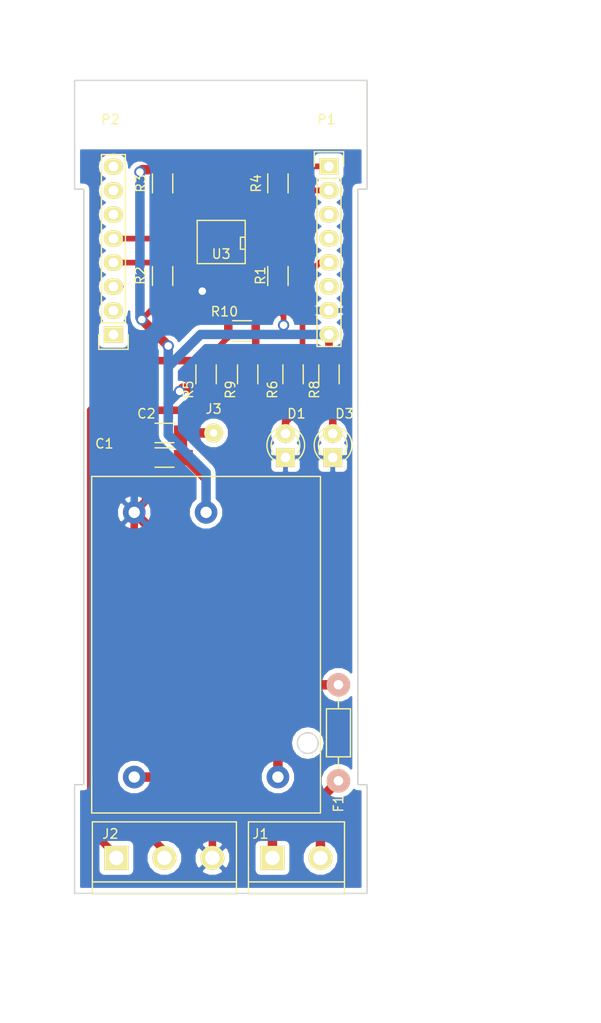
<source format=kicad_pcb>
(kicad_pcb (version 4) (host pcbnew 4.0.2+dfsg1-stable)

  (general
    (links 39)
    (no_connects 0)
    (area 96.91 37.52 164.464 147.734001)
    (thickness 1.6)
    (drawings 17)
    (tracks 149)
    (zones 0)
    (modules 21)
    (nets 24)
  )

  (page A4)
  (title_block
    (title "Medidor de pulsos")
    (date 2018-02-14)
    (rev 1)
  )

  (layers
    (0 F.Cu signal)
    (31 B.Cu signal)
    (32 B.Adhes user)
    (33 F.Adhes user)
    (34 B.Paste user)
    (35 F.Paste user)
    (36 B.SilkS user)
    (37 F.SilkS user)
    (38 B.Mask user)
    (39 F.Mask user)
    (40 Dwgs.User user)
    (41 Cmts.User user)
    (42 Eco1.User user)
    (43 Eco2.User user)
    (44 Edge.Cuts user)
    (45 Margin user)
    (46 B.CrtYd user)
    (47 F.CrtYd user)
    (48 B.Fab user)
    (49 F.Fab user)
  )

  (setup
    (last_trace_width 0.8)
    (user_trace_width 0.1)
    (user_trace_width 0.2)
    (user_trace_width 0.3)
    (user_trace_width 0.4)
    (user_trace_width 0.5)
    (user_trace_width 0.6)
    (user_trace_width 0.7)
    (user_trace_width 1)
    (trace_clearance 0.2)
    (zone_clearance 0.508)
    (zone_45_only yes)
    (trace_min 0.1)
    (segment_width 0.2)
    (edge_width 0.15)
    (via_size 1.2)
    (via_drill 0.8)
    (via_min_size 1.2)
    (via_min_drill 0.8)
    (user_via 1.2 0.8)
    (uvia_size 1.2)
    (uvia_drill 0.8)
    (uvias_allowed no)
    (uvia_min_size 0.2)
    (uvia_min_drill 0.1)
    (pcb_text_width 0.3)
    (pcb_text_size 1.5 1.5)
    (mod_edge_width 0.15)
    (mod_text_size 1 1)
    (mod_text_width 0.15)
    (pad_size 2.5 2.5)
    (pad_drill 1)
    (pad_to_mask_clearance 0.2)
    (aux_axis_origin 0 0)
    (grid_origin 67.31 121.92)
    (visible_elements FFFFDFFF)
    (pcbplotparams
      (layerselection 0x290e0_80000001)
      (usegerberextensions false)
      (excludeedgelayer true)
      (linewidth 0.100000)
      (plotframeref false)
      (viasonmask false)
      (mode 1)
      (useauxorigin true)
      (hpglpennumber 1)
      (hpglpenspeed 20)
      (hpglpendiameter 15)
      (hpglpenoverlay 2)
      (psnegative false)
      (psa4output false)
      (plotreference true)
      (plotvalue true)
      (plotinvisibletext false)
      (padsonsilk false)
      (subtractmaskfromsilk false)
      (outputformat 1)
      (mirror false)
      (drillshape 0)
      (scaleselection 1)
      (outputdirectory /home/onsar/onsar_git/iotlibre/EcoModbus/ecomodbus_hardware/PCB/gerber/))
  )

  (net 0 "")
  (net 1 GND)
  (net 2 /5.0V)
  (net 3 "Net-(J2-Pad1)")
  (net 4 "Net-(J2-Pad2)")
  (net 5 /L1)
  (net 6 "Net-(J1-Pad1)")
  (net 7 "Net-(F1-Pad2)")
  (net 8 "Net-(F1-Pad1)")
  (net 9 "Net-(P1-Pad6)")
  (net 10 "Net-(P2-Pad1)")
  (net 11 "Net-(P2-Pad2)")
  (net 12 "Net-(P2-Pad3)")
  (net 13 "Net-(P2-Pad6)")
  (net 14 "Net-(P2-Pad7)")
  (net 15 "Net-(P2-Pad8)")
  (net 16 "Net-(P1-Pad3)")
  (net 17 "Net-(P1-Pad4)")
  (net 18 "Net-(D1-Pad2)")
  (net 19 "Net-(D3-Pad2)")
  (net 20 /tx_wemos)
  (net 21 /rx_wemos)
  (net 22 /receiver)
  (net 23 /driver)

  (net_class Default "This is the default net class."
    (clearance 0.2)
    (trace_width 0.8)
    (via_dia 1.2)
    (via_drill 0.8)
    (uvia_dia 1.2)
    (uvia_drill 0.8)
    (add_net /5.0V)
    (add_net /L1)
    (add_net /driver)
    (add_net /receiver)
    (add_net /rx_wemos)
    (add_net /tx_wemos)
    (add_net GND)
    (add_net "Net-(D1-Pad2)")
    (add_net "Net-(D3-Pad2)")
    (add_net "Net-(F1-Pad1)")
    (add_net "Net-(F1-Pad2)")
    (add_net "Net-(J1-Pad1)")
    (add_net "Net-(J2-Pad1)")
    (add_net "Net-(J2-Pad2)")
    (add_net "Net-(P1-Pad3)")
    (add_net "Net-(P1-Pad4)")
    (add_net "Net-(P1-Pad6)")
    (add_net "Net-(P2-Pad1)")
    (add_net "Net-(P2-Pad2)")
    (add_net "Net-(P2-Pad3)")
    (add_net "Net-(P2-Pad6)")
    (add_net "Net-(P2-Pad7)")
    (add_net "Net-(P2-Pad8)")
  )

  (net_class smd ""
    (clearance 0.2)
    (trace_width 0.4)
    (via_dia 1.2)
    (via_drill 0.8)
    (uvia_dia 1.2)
    (uvia_drill 0.8)
  )

  (module LEDs:LED-3MM (layer F.Cu) (tedit 5B49E351) (tstamp 5AC23270)
    (at 127.11 85.92 90)
    (descr "LED 3mm round vertical")
    (tags "LED  3mm round vertical")
    (path /5A83FD4B)
    (fp_text reference D1 (at 4.64 1.16 180) (layer F.SilkS)
      (effects (font (size 1 1) (thickness 0.15)))
    )
    (fp_text value LED (at 4.64 -1.38 180) (layer F.Fab)
      (effects (font (size 1 1) (thickness 0.15)))
    )
    (fp_line (start -1.2 2.3) (end 3.8 2.3) (layer F.CrtYd) (width 0.05))
    (fp_line (start 3.8 2.3) (end 3.8 -2.2) (layer F.CrtYd) (width 0.05))
    (fp_line (start 3.8 -2.2) (end -1.2 -2.2) (layer F.CrtYd) (width 0.05))
    (fp_line (start -1.2 -2.2) (end -1.2 2.3) (layer F.CrtYd) (width 0.05))
    (fp_line (start -0.199 1.314) (end -0.199 1.114) (layer F.SilkS) (width 0.15))
    (fp_line (start -0.199 -1.28) (end -0.199 -1.1) (layer F.SilkS) (width 0.15))
    (fp_arc (start 1.301 0.034) (end -0.199 -1.286) (angle 108.5) (layer F.SilkS) (width 0.15))
    (fp_arc (start 1.301 0.034) (end 0.25 -1.1) (angle 85.7) (layer F.SilkS) (width 0.15))
    (fp_arc (start 1.311 0.034) (end 3.051 0.994) (angle 110) (layer F.SilkS) (width 0.15))
    (fp_arc (start 1.301 0.034) (end 2.335 1.094) (angle 87.5) (layer F.SilkS) (width 0.15))
    (pad 1 thru_hole rect (at 0 0 180) (size 2 2) (drill 1.00076) (layers *.Cu *.Mask F.SilkS)
      (net 1 GND))
    (pad 2 thru_hole circle (at 2.54 0 90) (size 2 2) (drill 1.00076) (layers *.Cu *.Mask F.SilkS)
      (net 18 "Net-(D1-Pad2)"))
    (model LEDs.3dshapes/LED-3MM.wrl
      (at (xyz 0.05 0 0))
      (scale (xyz 1 1 1))
      (rotate (xyz 0 0 90))
    )
  )

  (module LEDs:LED-3MM (layer F.Cu) (tedit 5B49E35D) (tstamp 5AC2327C)
    (at 132.11 85.92 90)
    (descr "LED 3mm round vertical")
    (tags "LED  3mm round vertical")
    (path /5A83FF0F)
    (fp_text reference D3 (at 4.64 1.24 180) (layer F.SilkS)
      (effects (font (size 1 1) (thickness 0.15)))
    )
    (fp_text value LED (at 4.64 -1.3 180) (layer F.Fab)
      (effects (font (size 1 1) (thickness 0.15)))
    )
    (fp_line (start -1.2 2.3) (end 3.8 2.3) (layer F.CrtYd) (width 0.05))
    (fp_line (start 3.8 2.3) (end 3.8 -2.2) (layer F.CrtYd) (width 0.05))
    (fp_line (start 3.8 -2.2) (end -1.2 -2.2) (layer F.CrtYd) (width 0.05))
    (fp_line (start -1.2 -2.2) (end -1.2 2.3) (layer F.CrtYd) (width 0.05))
    (fp_line (start -0.199 1.314) (end -0.199 1.114) (layer F.SilkS) (width 0.15))
    (fp_line (start -0.199 -1.28) (end -0.199 -1.1) (layer F.SilkS) (width 0.15))
    (fp_arc (start 1.301 0.034) (end -0.199 -1.286) (angle 108.5) (layer F.SilkS) (width 0.15))
    (fp_arc (start 1.301 0.034) (end 0.25 -1.1) (angle 85.7) (layer F.SilkS) (width 0.15))
    (fp_arc (start 1.311 0.034) (end 3.051 0.994) (angle 110) (layer F.SilkS) (width 0.15))
    (fp_arc (start 1.301 0.034) (end 2.335 1.094) (angle 87.5) (layer F.SilkS) (width 0.15))
    (pad 1 thru_hole rect (at 0 0 180) (size 2 2) (drill 1.00076) (layers *.Cu *.Mask F.SilkS)
      (net 1 GND))
    (pad 2 thru_hole circle (at 2.54 0 90) (size 2 2) (drill 1.00076) (layers *.Cu *.Mask F.SilkS)
      (net 19 "Net-(D3-Pad2)"))
    (model LEDs.3dshapes/LED-3MM.wrl
      (at (xyz 0.05 0 0))
      (scale (xyz 1 1 1))
      (rotate (xyz 0 0 90))
    )
  )

  (module fuse:Fuse_Horizontal_RM10mm (layer F.Cu) (tedit 5B4D99DA) (tstamp 5AC23282)
    (at 132.71 120.12 90)
    (descr "Resistor, Axial,  RM 10mm, 1/3W")
    (tags "Resistor Axial RM 10mm 1/3W")
    (path /5ABE73F8)
    (fp_text reference F1 (at -2.435 0.005 90) (layer F.SilkS)
      (effects (font (size 1 1) (thickness 0.15)))
    )
    (fp_text value Fuse (at 5.185 0.005 90) (layer F.Fab)
      (effects (font (size 1 1) (thickness 0.15)))
    )
    (fp_line (start -1.25 -1.5) (end 11.4 -1.5) (layer F.CrtYd) (width 0.05))
    (fp_line (start -1.25 1.5) (end -1.25 -1.5) (layer F.CrtYd) (width 0.05))
    (fp_line (start 11.4 -1.5) (end 11.4 1.5) (layer F.CrtYd) (width 0.05))
    (fp_line (start -1.25 1.5) (end 11.4 1.5) (layer F.CrtYd) (width 0.05))
    (fp_line (start 2.54 -1.27) (end 7.62 -1.27) (layer F.SilkS) (width 0.15))
    (fp_line (start 7.62 -1.27) (end 7.62 1.27) (layer F.SilkS) (width 0.15))
    (fp_line (start 7.62 1.27) (end 2.54 1.27) (layer F.SilkS) (width 0.15))
    (fp_line (start 2.54 1.27) (end 2.54 -1.27) (layer F.SilkS) (width 0.15))
    (fp_line (start 2.54 0) (end 1.27 0) (layer F.SilkS) (width 0.15))
    (fp_line (start 7.62 0) (end 8.89 0) (layer F.SilkS) (width 0.15))
    (pad 1 thru_hole circle (at 0 0 90) (size 2.5 2.5) (drill 1) (layers *.Cu *.SilkS *.Mask)
      (net 8 "Net-(F1-Pad1)"))
    (pad 2 thru_hole circle (at 10.16 0 90) (size 2.5 2.5) (drill 1) (layers *.Cu *.SilkS *.Mask)
      (net 7 "Net-(F1-Pad2)"))
    (model Resistors_ThroughHole.3dshapes/Resistor_Horizontal_RM10mm.wrl
      (at (xyz 0 0 0))
      (scale (xyz 0.4 0.4 0.4))
      (rotate (xyz 0 0 0))
    )
  )

  (module Connect:bornier2 (layer F.Cu) (tedit 5B49E2BD) (tstamp 5AC23288)
    (at 128.27 128.27)
    (descr "Bornier d'alimentation 2 pins")
    (tags DEV)
    (path /5ABE0146)
    (fp_text reference J1 (at -3.81 -2.54) (layer F.SilkS)
      (effects (font (size 1 1) (thickness 0.15)))
    )
    (fp_text value AC_input (at 1.27 -2.54) (layer F.Fab)
      (effects (font (size 1 1) (thickness 0.15)))
    )
    (fp_line (start 5.08 2.54) (end -5.08 2.54) (layer F.SilkS) (width 0.15))
    (fp_line (start 5.08 3.81) (end 5.08 -3.81) (layer F.SilkS) (width 0.15))
    (fp_line (start 5.08 -3.81) (end -5.08 -3.81) (layer F.SilkS) (width 0.15))
    (fp_line (start -5.08 -3.81) (end -5.08 3.81) (layer F.SilkS) (width 0.15))
    (fp_line (start -5.08 3.81) (end 5.08 3.81) (layer F.SilkS) (width 0.15))
    (pad 1 thru_hole rect (at -2.54 0) (size 2.54 2.54) (drill 1.524) (layers *.Cu *.Mask F.SilkS)
      (net 6 "Net-(J1-Pad1)"))
    (pad 2 thru_hole circle (at 2.54 0) (size 2.54 2.54) (drill 1.524) (layers *.Cu *.Mask F.SilkS)
      (net 8 "Net-(F1-Pad1)"))
    (model Connect.3dshapes/bornier2.wrl
      (at (xyz 0 0 0))
      (scale (xyz 1 1 1))
      (rotate (xyz 0 0 0))
    )
  )

  (module Connect:bornier3 (layer F.Cu) (tedit 5B49E29E) (tstamp 5AC2328F)
    (at 114.3 128.27)
    (descr "Bornier d'alimentation 3 pins")
    (tags DEV)
    (path /5ABD44B6)
    (fp_text reference J2 (at -5.715 -2.54) (layer F.SilkS)
      (effects (font (size 1 1) (thickness 0.15)))
    )
    (fp_text value Conn_MODBUS (at 1.905 -2.54) (layer F.Fab)
      (effects (font (size 1 1) (thickness 0.15)))
    )
    (fp_line (start -7.62 3.81) (end -7.62 -3.81) (layer F.SilkS) (width 0.15))
    (fp_line (start 7.62 3.81) (end 7.62 -3.81) (layer F.SilkS) (width 0.15))
    (fp_line (start -7.62 2.54) (end 7.62 2.54) (layer F.SilkS) (width 0.15))
    (fp_line (start -7.62 -3.81) (end 7.62 -3.81) (layer F.SilkS) (width 0.15))
    (fp_line (start -7.62 3.81) (end 7.62 3.81) (layer F.SilkS) (width 0.15))
    (pad 1 thru_hole rect (at -5.08 0) (size 2.54 2.54) (drill 1.524) (layers *.Cu *.Mask F.SilkS)
      (net 3 "Net-(J2-Pad1)"))
    (pad 2 thru_hole circle (at 0 0) (size 2.54 2.54) (drill 1.524) (layers *.Cu *.Mask F.SilkS)
      (net 4 "Net-(J2-Pad2)"))
    (pad 3 thru_hole circle (at 5.08 0) (size 2.54 2.54) (drill 1.524) (layers *.Cu *.Mask F.SilkS)
      (net 1 GND))
    (model Connect.3dshapes/bornier3.wrl
      (at (xyz 0 0 0))
      (scale (xyz 1 1 1))
      (rotate (xyz 0 0 0))
    )
  )

  (module Wire_Pads:SolderWirePad_single_0-8mmDrill (layer F.Cu) (tedit 5B49DF06) (tstamp 5AC23294)
    (at 119.51 83.32)
    (path /5ABE5C9A)
    (fp_text reference J3 (at 0 -2.54) (layer F.SilkS)
      (effects (font (size 1 1) (thickness 0.15)))
    )
    (fp_text value Test_5V (at 1.14 2.405) (layer F.Fab)
      (effects (font (size 1 1) (thickness 0.15)))
    )
    (pad 1 thru_hole circle (at 0 0) (size 1.99898 1.99898) (drill 0.8001) (layers *.Cu *.Mask F.SilkS)
      (net 2 /5.0V))
  )

  (module SMD_Packages:SOIC-8-N (layer F.Cu) (tedit 0) (tstamp 5AC232A0)
    (at 120.31 63.12 180)
    (descr "Module Narrow CMS SOJ 8 pins large")
    (tags "CMS SOJ")
    (path /5ABDFE8E)
    (attr smd)
    (fp_text reference U3 (at 0 -1.27 180) (layer F.SilkS)
      (effects (font (size 1 1) (thickness 0.15)))
    )
    (fp_text value MAX_485 (at 0 1.27 180) (layer F.Fab)
      (effects (font (size 1 1) (thickness 0.15)))
    )
    (fp_line (start -2.54 -2.286) (end 2.54 -2.286) (layer F.SilkS) (width 0.15))
    (fp_line (start 2.54 -2.286) (end 2.54 2.286) (layer F.SilkS) (width 0.15))
    (fp_line (start 2.54 2.286) (end -2.54 2.286) (layer F.SilkS) (width 0.15))
    (fp_line (start -2.54 2.286) (end -2.54 -2.286) (layer F.SilkS) (width 0.15))
    (fp_line (start -2.54 -0.762) (end -2.032 -0.762) (layer F.SilkS) (width 0.15))
    (fp_line (start -2.032 -0.762) (end -2.032 0.508) (layer F.SilkS) (width 0.15))
    (fp_line (start -2.032 0.508) (end -2.54 0.508) (layer F.SilkS) (width 0.15))
    (pad 8 smd rect (at -1.905 -3.175 180) (size 0.508 1.143) (layers F.Cu F.Paste F.Mask)
      (net 2 /5.0V))
    (pad 7 smd rect (at -0.635 -3.175 180) (size 0.508 1.143) (layers F.Cu F.Paste F.Mask)
      (net 4 "Net-(J2-Pad2)"))
    (pad 6 smd rect (at 0.635 -3.175 180) (size 0.508 1.143) (layers F.Cu F.Paste F.Mask)
      (net 3 "Net-(J2-Pad1)"))
    (pad 5 smd rect (at 1.905 -3.175 180) (size 0.508 1.143) (layers F.Cu F.Paste F.Mask)
      (net 1 GND))
    (pad 4 smd rect (at 1.905 3.175 180) (size 0.508 1.143) (layers F.Cu F.Paste F.Mask)
      (net 20 /tx_wemos))
    (pad 3 smd rect (at 0.635 3.175 180) (size 0.508 1.143) (layers F.Cu F.Paste F.Mask)
      (net 23 /driver))
    (pad 2 smd rect (at -0.635 3.175 180) (size 0.508 1.143) (layers F.Cu F.Paste F.Mask)
      (net 22 /receiver))
    (pad 1 smd rect (at -1.905 3.175 180) (size 0.508 1.143) (layers F.Cu F.Paste F.Mask)
      (net 21 /rx_wemos))
    (model SMD_Packages.3dshapes/SOIC-8-N.wrl
      (at (xyz 0 0 0))
      (scale (xyz 0.5 0.38 0.5))
      (rotate (xyz 0 0 0))
    )
  )

  (module Capacitors_SMD:C_1206_HandSoldering (layer F.Cu) (tedit 5B49E049) (tstamp 5AC25889)
    (at 114.31 85.92 180)
    (descr "Capacitor SMD 1206, hand soldering")
    (tags "capacitor 1206")
    (path /5ABE2734)
    (attr smd)
    (fp_text reference C1 (at 6.36 1.465 180) (layer F.SilkS)
      (effects (font (size 1 1) (thickness 0.15)))
    )
    (fp_text value 10nF (at 5.725 -0.44 180) (layer F.Fab)
      (effects (font (size 1 1) (thickness 0.15)))
    )
    (fp_line (start -3.3 -1.15) (end 3.3 -1.15) (layer F.CrtYd) (width 0.05))
    (fp_line (start -3.3 1.15) (end 3.3 1.15) (layer F.CrtYd) (width 0.05))
    (fp_line (start -3.3 -1.15) (end -3.3 1.15) (layer F.CrtYd) (width 0.05))
    (fp_line (start 3.3 -1.15) (end 3.3 1.15) (layer F.CrtYd) (width 0.05))
    (fp_line (start 1 -1.025) (end -1 -1.025) (layer F.SilkS) (width 0.15))
    (fp_line (start -1 1.025) (end 1 1.025) (layer F.SilkS) (width 0.15))
    (pad 1 smd rect (at -2 0 180) (size 2 1.6) (layers F.Cu F.Paste F.Mask)
      (net 2 /5.0V))
    (pad 2 smd rect (at 2 0 180) (size 2 1.6) (layers F.Cu F.Paste F.Mask)
      (net 1 GND))
    (model Capacitors_SMD.3dshapes/C_1206_HandSoldering.wrl
      (at (xyz 0 0 0))
      (scale (xyz 1 1 1))
      (rotate (xyz 0 0 0))
    )
  )

  (module Capacitors_SMD:C_1206_HandSoldering (layer F.Cu) (tedit 5B49DEFB) (tstamp 5AC2588F)
    (at 114.31 83.32 180)
    (descr "Capacitor SMD 1206, hand soldering")
    (tags "capacitor 1206")
    (path /5ABE37FF)
    (attr smd)
    (fp_text reference C2 (at 1.915 2.04 180) (layer F.SilkS)
      (effects (font (size 1 1) (thickness 0.15)))
    )
    (fp_text value 10uF (at -1.895 2.04 180) (layer F.Fab)
      (effects (font (size 1 1) (thickness 0.15)))
    )
    (fp_line (start -3.3 -1.15) (end 3.3 -1.15) (layer F.CrtYd) (width 0.05))
    (fp_line (start -3.3 1.15) (end 3.3 1.15) (layer F.CrtYd) (width 0.05))
    (fp_line (start -3.3 -1.15) (end -3.3 1.15) (layer F.CrtYd) (width 0.05))
    (fp_line (start 3.3 -1.15) (end 3.3 1.15) (layer F.CrtYd) (width 0.05))
    (fp_line (start 1 -1.025) (end -1 -1.025) (layer F.SilkS) (width 0.15))
    (fp_line (start -1 1.025) (end 1 1.025) (layer F.SilkS) (width 0.15))
    (pad 1 smd rect (at -2 0 180) (size 2 1.6) (layers F.Cu F.Paste F.Mask)
      (net 2 /5.0V))
    (pad 2 smd rect (at 2 0 180) (size 2 1.6) (layers F.Cu F.Paste F.Mask)
      (net 1 GND))
    (model Capacitors_SMD.3dshapes/C_1206_HandSoldering.wrl
      (at (xyz 0 0 0))
      (scale (xyz 1 1 1))
      (rotate (xyz 0 0 0))
    )
  )

  (module Resistors_SMD:R_1206 (layer F.Cu) (tedit 5B49DD48) (tstamp 5AC25895)
    (at 126.31 66.72 270)
    (descr "Resistor SMD 1206, reflow soldering, Vishay (see dcrcw.pdf)")
    (tags "resistor 1206")
    (path /5ABD07EE)
    (attr smd)
    (fp_text reference R1 (at -0.045 1.85 270) (layer F.SilkS)
      (effects (font (size 1 1) (thickness 0.15)))
    )
    (fp_text value 10K (at -0.045 -1.96 270) (layer F.Fab)
      (effects (font (size 1 1) (thickness 0.15)))
    )
    (fp_line (start -2.2 -1.2) (end 2.2 -1.2) (layer F.CrtYd) (width 0.05))
    (fp_line (start -2.2 1.2) (end 2.2 1.2) (layer F.CrtYd) (width 0.05))
    (fp_line (start -2.2 -1.2) (end -2.2 1.2) (layer F.CrtYd) (width 0.05))
    (fp_line (start 2.2 -1.2) (end 2.2 1.2) (layer F.CrtYd) (width 0.05))
    (fp_line (start 1 1.075) (end -1 1.075) (layer F.SilkS) (width 0.15))
    (fp_line (start -1 -1.075) (end 1 -1.075) (layer F.SilkS) (width 0.15))
    (pad 1 smd rect (at -1.45 0 270) (size 0.9 1.7) (layers F.Cu F.Paste F.Mask)
      (net 21 /rx_wemos))
    (pad 2 smd rect (at 1.45 0 270) (size 0.9 1.7) (layers F.Cu F.Paste F.Mask)
      (net 2 /5.0V))
    (model Resistors_SMD.3dshapes/R_1206.wrl
      (at (xyz 0 0 0))
      (scale (xyz 1 1 1))
      (rotate (xyz 0 0 0))
    )
  )

  (module Resistors_SMD:R_1206 (layer F.Cu) (tedit 5B49DD40) (tstamp 5AC2589B)
    (at 114.11 66.72 270)
    (descr "Resistor SMD 1206, reflow soldering, Vishay (see dcrcw.pdf)")
    (tags "resistor 1206")
    (path /5ABD0F0D)
    (attr smd)
    (fp_text reference R2 (at -0.045 2.35 270) (layer F.SilkS)
      (effects (font (size 1 1) (thickness 0.15)))
    )
    (fp_text value 10K (at -0.045 -2.73 270) (layer F.Fab)
      (effects (font (size 1 1) (thickness 0.15)))
    )
    (fp_line (start -2.2 -1.2) (end 2.2 -1.2) (layer F.CrtYd) (width 0.05))
    (fp_line (start -2.2 1.2) (end 2.2 1.2) (layer F.CrtYd) (width 0.05))
    (fp_line (start -2.2 -1.2) (end -2.2 1.2) (layer F.CrtYd) (width 0.05))
    (fp_line (start 2.2 -1.2) (end 2.2 1.2) (layer F.CrtYd) (width 0.05))
    (fp_line (start 1 1.075) (end -1 1.075) (layer F.SilkS) (width 0.15))
    (fp_line (start -1 -1.075) (end 1 -1.075) (layer F.SilkS) (width 0.15))
    (pad 1 smd rect (at -1.45 0 270) (size 0.9 1.7) (layers F.Cu F.Paste F.Mask)
      (net 22 /receiver))
    (pad 2 smd rect (at 1.45 0 270) (size 0.9 1.7) (layers F.Cu F.Paste F.Mask)
      (net 2 /5.0V))
    (model Resistors_SMD.3dshapes/R_1206.wrl
      (at (xyz 0 0 0))
      (scale (xyz 1 1 1))
      (rotate (xyz 0 0 0))
    )
  )

  (module Resistors_SMD:R_1206 (layer F.Cu) (tedit 5415CFA7) (tstamp 5AC258A1)
    (at 114.11 56.92 90)
    (descr "Resistor SMD 1206, reflow soldering, Vishay (see dcrcw.pdf)")
    (tags "resistor 1206")
    (path /5ABD219B)
    (attr smd)
    (fp_text reference R3 (at 0 -2.3 90) (layer F.SilkS)
      (effects (font (size 1 1) (thickness 0.15)))
    )
    (fp_text value 10K (at 0 2.3 90) (layer F.Fab)
      (effects (font (size 1 1) (thickness 0.15)))
    )
    (fp_line (start -2.2 -1.2) (end 2.2 -1.2) (layer F.CrtYd) (width 0.05))
    (fp_line (start -2.2 1.2) (end 2.2 1.2) (layer F.CrtYd) (width 0.05))
    (fp_line (start -2.2 -1.2) (end -2.2 1.2) (layer F.CrtYd) (width 0.05))
    (fp_line (start 2.2 -1.2) (end 2.2 1.2) (layer F.CrtYd) (width 0.05))
    (fp_line (start 1 1.075) (end -1 1.075) (layer F.SilkS) (width 0.15))
    (fp_line (start -1 -1.075) (end 1 -1.075) (layer F.SilkS) (width 0.15))
    (pad 1 smd rect (at -1.45 0 90) (size 0.9 1.7) (layers F.Cu F.Paste F.Mask)
      (net 23 /driver))
    (pad 2 smd rect (at 1.45 0 90) (size 0.9 1.7) (layers F.Cu F.Paste F.Mask)
      (net 2 /5.0V))
    (model Resistors_SMD.3dshapes/R_1206.wrl
      (at (xyz 0 0 0))
      (scale (xyz 1 1 1))
      (rotate (xyz 0 0 0))
    )
  )

  (module Resistors_SMD:R_1206 (layer F.Cu) (tedit 5415CFA7) (tstamp 5AC258A7)
    (at 126.31 56.92 90)
    (descr "Resistor SMD 1206, reflow soldering, Vishay (see dcrcw.pdf)")
    (tags "resistor 1206")
    (path /5ABD23B1)
    (attr smd)
    (fp_text reference R4 (at 0 -2.3 90) (layer F.SilkS)
      (effects (font (size 1 1) (thickness 0.15)))
    )
    (fp_text value 10K (at 0 2.3 90) (layer F.Fab)
      (effects (font (size 1 1) (thickness 0.15)))
    )
    (fp_line (start -2.2 -1.2) (end 2.2 -1.2) (layer F.CrtYd) (width 0.05))
    (fp_line (start -2.2 1.2) (end 2.2 1.2) (layer F.CrtYd) (width 0.05))
    (fp_line (start -2.2 -1.2) (end -2.2 1.2) (layer F.CrtYd) (width 0.05))
    (fp_line (start 2.2 -1.2) (end 2.2 1.2) (layer F.CrtYd) (width 0.05))
    (fp_line (start 1 1.075) (end -1 1.075) (layer F.SilkS) (width 0.15))
    (fp_line (start -1 -1.075) (end 1 -1.075) (layer F.SilkS) (width 0.15))
    (pad 1 smd rect (at -1.45 0 90) (size 0.9 1.7) (layers F.Cu F.Paste F.Mask)
      (net 20 /tx_wemos))
    (pad 2 smd rect (at 1.45 0 90) (size 0.9 1.7) (layers F.Cu F.Paste F.Mask)
      (net 2 /5.0V))
    (model Resistors_SMD.3dshapes/R_1206.wrl
      (at (xyz 0 0 0))
      (scale (xyz 1 1 1))
      (rotate (xyz 0 0 0))
    )
  )

  (module Resistors_SMD:R_1206 (layer F.Cu) (tedit 5B49DD6F) (tstamp 5AC258AD)
    (at 118.71 77.12 270)
    (descr "Resistor SMD 1206, reflow soldering, Vishay (see dcrcw.pdf)")
    (tags "resistor 1206")
    (path /5ABD73E7)
    (attr smd)
    (fp_text reference R5 (at 1.62 1.87 270) (layer F.SilkS)
      (effects (font (size 1 1) (thickness 0.15)))
    )
    (fp_text value 20K (at -1.555 1.87 270) (layer F.Fab)
      (effects (font (size 1 1) (thickness 0.15)))
    )
    (fp_line (start -2.2 -1.2) (end 2.2 -1.2) (layer F.CrtYd) (width 0.05))
    (fp_line (start -2.2 1.2) (end 2.2 1.2) (layer F.CrtYd) (width 0.05))
    (fp_line (start -2.2 -1.2) (end -2.2 1.2) (layer F.CrtYd) (width 0.05))
    (fp_line (start 2.2 -1.2) (end 2.2 1.2) (layer F.CrtYd) (width 0.05))
    (fp_line (start 1 1.075) (end -1 1.075) (layer F.SilkS) (width 0.15))
    (fp_line (start -1 -1.075) (end 1 -1.075) (layer F.SilkS) (width 0.15))
    (pad 1 smd rect (at -1.45 0 270) (size 0.9 1.7) (layers F.Cu F.Paste F.Mask)
      (net 3 "Net-(J2-Pad1)"))
    (pad 2 smd rect (at 1.45 0 270) (size 0.9 1.7) (layers F.Cu F.Paste F.Mask)
      (net 2 /5.0V))
    (model Resistors_SMD.3dshapes/R_1206.wrl
      (at (xyz 0 0 0))
      (scale (xyz 1 1 1))
      (rotate (xyz 0 0 0))
    )
  )

  (module Resistors_SMD:R_1206 (layer F.Cu) (tedit 5B49DD86) (tstamp 5AC258B3)
    (at 127.91 77.12 90)
    (descr "Resistor SMD 1206, reflow soldering, Vishay (see dcrcw.pdf)")
    (tags "resistor 1206")
    (path /5A858C9F)
    (attr smd)
    (fp_text reference R6 (at -1.62 -2.18 90) (layer F.SilkS)
      (effects (font (size 1 1) (thickness 0.15)))
    )
    (fp_text value 220 (at 1.555 -2.18 90) (layer F.Fab)
      (effects (font (size 1 1) (thickness 0.15)))
    )
    (fp_line (start -2.2 -1.2) (end 2.2 -1.2) (layer F.CrtYd) (width 0.05))
    (fp_line (start -2.2 1.2) (end 2.2 1.2) (layer F.CrtYd) (width 0.05))
    (fp_line (start -2.2 -1.2) (end -2.2 1.2) (layer F.CrtYd) (width 0.05))
    (fp_line (start 2.2 -1.2) (end 2.2 1.2) (layer F.CrtYd) (width 0.05))
    (fp_line (start 1 1.075) (end -1 1.075) (layer F.SilkS) (width 0.15))
    (fp_line (start -1 -1.075) (end 1 -1.075) (layer F.SilkS) (width 0.15))
    (pad 1 smd rect (at -1.45 0 90) (size 0.9 1.7) (layers F.Cu F.Paste F.Mask)
      (net 18 "Net-(D1-Pad2)"))
    (pad 2 smd rect (at 1.45 0 90) (size 0.9 1.7) (layers F.Cu F.Paste F.Mask)
      (net 5 /L1))
    (model Resistors_SMD.3dshapes/R_1206.wrl
      (at (xyz 0 0 0))
      (scale (xyz 1 1 1))
      (rotate (xyz 0 0 0))
    )
  )

  (module Resistors_SMD:R_1206 (layer F.Cu) (tedit 5B49DD8F) (tstamp 5AC258BF)
    (at 131.71 77.12 90)
    (descr "Resistor SMD 1206, reflow soldering, Vishay (see dcrcw.pdf)")
    (tags "resistor 1206")
    (path /5A858B7F)
    (attr smd)
    (fp_text reference R8 (at -1.62 -1.535 90) (layer F.SilkS)
      (effects (font (size 1 1) (thickness 0.15)))
    )
    (fp_text value 220 (at 1.555 -1.535 90) (layer F.Fab)
      (effects (font (size 1 1) (thickness 0.15)))
    )
    (fp_line (start -2.2 -1.2) (end 2.2 -1.2) (layer F.CrtYd) (width 0.05))
    (fp_line (start -2.2 1.2) (end 2.2 1.2) (layer F.CrtYd) (width 0.05))
    (fp_line (start -2.2 -1.2) (end -2.2 1.2) (layer F.CrtYd) (width 0.05))
    (fp_line (start 2.2 -1.2) (end 2.2 1.2) (layer F.CrtYd) (width 0.05))
    (fp_line (start 1 1.075) (end -1 1.075) (layer F.SilkS) (width 0.15))
    (fp_line (start -1 -1.075) (end 1 -1.075) (layer F.SilkS) (width 0.15))
    (pad 1 smd rect (at -1.45 0 90) (size 0.9 1.7) (layers F.Cu F.Paste F.Mask)
      (net 19 "Net-(D3-Pad2)"))
    (pad 2 smd rect (at 1.45 0 90) (size 0.9 1.7) (layers F.Cu F.Paste F.Mask)
      (net 2 /5.0V))
    (model Resistors_SMD.3dshapes/R_1206.wrl
      (at (xyz 0 0 0))
      (scale (xyz 1 1 1))
      (rotate (xyz 0 0 0))
    )
  )

  (module Resistors_SMD:R_1206 (layer F.Cu) (tedit 5B49DD7D) (tstamp 5AC258C5)
    (at 123.11 77.12 90)
    (descr "Resistor SMD 1206, reflow soldering, Vishay (see dcrcw.pdf)")
    (tags "resistor 1206")
    (path /5ABD79B9)
    (attr smd)
    (fp_text reference R9 (at -1.62 -1.825 90) (layer F.SilkS)
      (effects (font (size 1 1) (thickness 0.15)))
    )
    (fp_text value 20K (at 1.555 -1.825 90) (layer F.Fab)
      (effects (font (size 1 1) (thickness 0.15)))
    )
    (fp_line (start -2.2 -1.2) (end 2.2 -1.2) (layer F.CrtYd) (width 0.05))
    (fp_line (start -2.2 1.2) (end 2.2 1.2) (layer F.CrtYd) (width 0.05))
    (fp_line (start -2.2 -1.2) (end -2.2 1.2) (layer F.CrtYd) (width 0.05))
    (fp_line (start 2.2 -1.2) (end 2.2 1.2) (layer F.CrtYd) (width 0.05))
    (fp_line (start 1 1.075) (end -1 1.075) (layer F.SilkS) (width 0.15))
    (fp_line (start -1 -1.075) (end 1 -1.075) (layer F.SilkS) (width 0.15))
    (pad 1 smd rect (at -1.45 0 90) (size 0.9 1.7) (layers F.Cu F.Paste F.Mask)
      (net 1 GND))
    (pad 2 smd rect (at 1.45 0 90) (size 0.9 1.7) (layers F.Cu F.Paste F.Mask)
      (net 4 "Net-(J2-Pad2)"))
    (model Resistors_SMD.3dshapes/R_1206.wrl
      (at (xyz 0 0 0))
      (scale (xyz 1 1 1))
      (rotate (xyz 0 0 0))
    )
  )

  (module Resistors_SMD:R_1206 (layer F.Cu) (tedit 5B49DD67) (tstamp 5AC258CB)
    (at 122.51 72.52)
    (descr "Resistor SMD 1206, reflow soldering, Vishay (see dcrcw.pdf)")
    (tags "resistor 1206")
    (path /5ABDB425)
    (attr smd)
    (fp_text reference R10 (at -1.86 -2.035) (layer F.SilkS)
      (effects (font (size 1 1) (thickness 0.15)))
    )
    (fp_text value 120 (at 1.95 -2.035) (layer F.Fab)
      (effects (font (size 1 1) (thickness 0.15)))
    )
    (fp_line (start -2.2 -1.2) (end 2.2 -1.2) (layer F.CrtYd) (width 0.05))
    (fp_line (start -2.2 1.2) (end 2.2 1.2) (layer F.CrtYd) (width 0.05))
    (fp_line (start -2.2 -1.2) (end -2.2 1.2) (layer F.CrtYd) (width 0.05))
    (fp_line (start 2.2 -1.2) (end 2.2 1.2) (layer F.CrtYd) (width 0.05))
    (fp_line (start 1 1.075) (end -1 1.075) (layer F.SilkS) (width 0.15))
    (fp_line (start -1 -1.075) (end 1 -1.075) (layer F.SilkS) (width 0.15))
    (pad 1 smd rect (at -1.45 0) (size 0.9 1.7) (layers F.Cu F.Paste F.Mask)
      (net 3 "Net-(J2-Pad1)"))
    (pad 2 smd rect (at 1.45 0) (size 0.9 1.7) (layers F.Cu F.Paste F.Mask)
      (net 4 "Net-(J2-Pad2)"))
    (model Resistors_SMD.3dshapes/R_1206.wrl
      (at (xyz 0 0 0))
      (scale (xyz 1 1 1))
      (rotate (xyz 0 0 0))
    )
  )

  (module Pin_Headers:Pin_Header_Straight_1x08 (layer F.Cu) (tedit 5B49DECD) (tstamp 5AC361AD)
    (at 131.71 55.12)
    (descr "Through hole pin header")
    (tags "pin header")
    (path /5AC23D1E)
    (fp_text reference P1 (at -0.265 -4.955) (layer F.SilkS)
      (effects (font (size 1 1) (thickness 0.15)))
    )
    (fp_text value CONN_VCC (at -0.9 -3.05) (layer F.Fab)
      (effects (font (size 1 1) (thickness 0.15)))
    )
    (fp_line (start -1.75 -1.75) (end -1.75 19.55) (layer F.CrtYd) (width 0.05))
    (fp_line (start 1.75 -1.75) (end 1.75 19.55) (layer F.CrtYd) (width 0.05))
    (fp_line (start -1.75 -1.75) (end 1.75 -1.75) (layer F.CrtYd) (width 0.05))
    (fp_line (start -1.75 19.55) (end 1.75 19.55) (layer F.CrtYd) (width 0.05))
    (fp_line (start 1.27 1.27) (end 1.27 19.05) (layer F.SilkS) (width 0.15))
    (fp_line (start 1.27 19.05) (end -1.27 19.05) (layer F.SilkS) (width 0.15))
    (fp_line (start -1.27 19.05) (end -1.27 1.27) (layer F.SilkS) (width 0.15))
    (fp_line (start 1.55 -1.55) (end 1.55 0) (layer F.SilkS) (width 0.15))
    (fp_line (start 1.27 1.27) (end -1.27 1.27) (layer F.SilkS) (width 0.15))
    (fp_line (start -1.55 0) (end -1.55 -1.55) (layer F.SilkS) (width 0.15))
    (fp_line (start -1.55 -1.55) (end 1.55 -1.55) (layer F.SilkS) (width 0.15))
    (pad 1 thru_hole rect (at 0 0) (size 2.032 1.7272) (drill 1.016) (layers *.Cu *.Mask F.SilkS)
      (net 20 /tx_wemos))
    (pad 2 thru_hole oval (at 0 2.54) (size 2.032 1.7272) (drill 1.016) (layers *.Cu *.Mask F.SilkS)
      (net 21 /rx_wemos))
    (pad 3 thru_hole oval (at 0 5.08) (size 2.032 1.7272) (drill 1.016) (layers *.Cu *.Mask F.SilkS)
      (net 16 "Net-(P1-Pad3)"))
    (pad 4 thru_hole oval (at 0 7.62) (size 2.032 1.7272) (drill 1.016) (layers *.Cu *.Mask F.SilkS)
      (net 17 "Net-(P1-Pad4)"))
    (pad 5 thru_hole oval (at 0 10.16) (size 2.032 1.7272) (drill 1.016) (layers *.Cu *.Mask F.SilkS)
      (net 5 /L1))
    (pad 6 thru_hole oval (at 0 12.7) (size 2.032 1.7272) (drill 1.016) (layers *.Cu *.Mask F.SilkS)
      (net 9 "Net-(P1-Pad6)"))
    (pad 7 thru_hole oval (at 0 15.24) (size 2.032 1.7272) (drill 1.016) (layers *.Cu *.Mask F.SilkS)
      (net 1 GND))
    (pad 8 thru_hole oval (at 0 17.78) (size 2.032 1.7272) (drill 1.016) (layers *.Cu *.Mask F.SilkS)
      (net 2 /5.0V))
    (model Pin_Headers.3dshapes/Pin_Header_Straight_1x08.wrl
      (at (xyz 0 -0.35 0))
      (scale (xyz 1 1 1))
      (rotate (xyz 0 0 90))
    )
  )

  (module Pin_Headers:Pin_Header_Straight_1x08 (layer F.Cu) (tedit 5B49DEC9) (tstamp 5AC361C4)
    (at 108.91 72.92 180)
    (descr "Through hole pin header")
    (tags "pin header")
    (path /5AC23E4D)
    (fp_text reference P2 (at 0.325 22.755 180) (layer F.SilkS)
      (effects (font (size 1 1) (thickness 0.15)))
    )
    (fp_text value CONN_DATOS (at -1.58 20.85 180) (layer F.Fab)
      (effects (font (size 1 1) (thickness 0.15)))
    )
    (fp_line (start -1.75 -1.75) (end -1.75 19.55) (layer F.CrtYd) (width 0.05))
    (fp_line (start 1.75 -1.75) (end 1.75 19.55) (layer F.CrtYd) (width 0.05))
    (fp_line (start -1.75 -1.75) (end 1.75 -1.75) (layer F.CrtYd) (width 0.05))
    (fp_line (start -1.75 19.55) (end 1.75 19.55) (layer F.CrtYd) (width 0.05))
    (fp_line (start 1.27 1.27) (end 1.27 19.05) (layer F.SilkS) (width 0.15))
    (fp_line (start 1.27 19.05) (end -1.27 19.05) (layer F.SilkS) (width 0.15))
    (fp_line (start -1.27 19.05) (end -1.27 1.27) (layer F.SilkS) (width 0.15))
    (fp_line (start 1.55 -1.55) (end 1.55 0) (layer F.SilkS) (width 0.15))
    (fp_line (start 1.27 1.27) (end -1.27 1.27) (layer F.SilkS) (width 0.15))
    (fp_line (start -1.55 0) (end -1.55 -1.55) (layer F.SilkS) (width 0.15))
    (fp_line (start -1.55 -1.55) (end 1.55 -1.55) (layer F.SilkS) (width 0.15))
    (pad 1 thru_hole rect (at 0 0 180) (size 2.032 1.7272) (drill 1.016) (layers *.Cu *.Mask F.SilkS)
      (net 10 "Net-(P2-Pad1)"))
    (pad 2 thru_hole oval (at 0 2.54 180) (size 2.032 1.7272) (drill 1.016) (layers *.Cu *.Mask F.SilkS)
      (net 11 "Net-(P2-Pad2)"))
    (pad 3 thru_hole oval (at 0 5.08 180) (size 2.032 1.7272) (drill 1.016) (layers *.Cu *.Mask F.SilkS)
      (net 12 "Net-(P2-Pad3)"))
    (pad 4 thru_hole oval (at 0 7.62 180) (size 2.032 1.7272) (drill 1.016) (layers *.Cu *.Mask F.SilkS)
      (net 22 /receiver))
    (pad 5 thru_hole oval (at 0 10.16 180) (size 2.032 1.7272) (drill 1.016) (layers *.Cu *.Mask F.SilkS)
      (net 23 /driver))
    (pad 6 thru_hole oval (at 0 12.7 180) (size 2.032 1.7272) (drill 1.016) (layers *.Cu *.Mask F.SilkS)
      (net 13 "Net-(P2-Pad6)"))
    (pad 7 thru_hole oval (at 0 15.24 180) (size 2.032 1.7272) (drill 1.016) (layers *.Cu *.Mask F.SilkS)
      (net 14 "Net-(P2-Pad7)"))
    (pad 8 thru_hole oval (at 0 17.78 180) (size 2.032 1.7272) (drill 1.016) (layers *.Cu *.Mask F.SilkS)
      (net 15 "Net-(P2-Pad8)"))
    (model Pin_Headers.3dshapes/Pin_Header_Straight_1x08.wrl
      (at (xyz 0 -0.35 0))
      (scale (xyz 1 1 1))
      (rotate (xyz 0 0 90))
    )
  )

  (module ac-dc_VTX:vigortronix (layer F.Cu) (tedit 5ABFA356) (tstamp 5AC36F93)
    (at 111.11 119.72 90)
    (path /5ABE7122)
    (fp_text reference U2 (at 15.7 6.8 90) (layer F.SilkS) hide
      (effects (font (size 2 2) (thickness 0.15)))
    )
    (fp_text value ACDC-5V (at 15.1 9.9 90) (layer F.Fab)
      (effects (font (size 2 2) (thickness 0.15)))
    )
    (fp_line (start -3.8 -4.5) (end 31.8 -4.5) (layer F.SilkS) (width 0.15))
    (fp_line (start 31.8 -4.5) (end 31.8 19.7) (layer F.SilkS) (width 0.15))
    (fp_line (start 31.8 19.7) (end -3.8 19.7) (layer F.SilkS) (width 0.15))
    (fp_line (start -3.8 19.7) (end -3.8 -4.5) (layer F.SilkS) (width 0.15))
    (fp_line (start -3.8 -4.5) (end 0 -4.5) (layer F.SilkS) (width 0.15))
    (fp_line (start -3.8 -4.5) (end 0 -4.5) (layer F.SilkS) (width 0.15))
    (pad 2 thru_hole circle (at 0 0 90) (size 2.4 2.4) (drill 1.2) (layers *.Cu *.Mask)
      (net 6 "Net-(J1-Pad1)"))
    (pad 1 thru_hole circle (at 0 15.2 90) (size 2.4 2.4) (drill 1.2) (layers *.Cu *.Mask)
      (net 7 "Net-(F1-Pad2)"))
    (pad 3 thru_hole circle (at 28 0 90) (size 2.4 2.4) (drill 1.2) (layers *.Cu *.Mask)
      (net 1 GND))
    (pad 4 thru_hole circle (at 28 7.6 90) (size 2.4 2.4) (drill 1.2) (layers *.Cu *.Mask)
      (net 2 /5.0V))
  )

  (gr_line (start 138.43 81.28) (end 137.16 81.28) (angle 90) (layer Dwgs.User) (width 0.2))
  (gr_line (start 100.33 81.28) (end 138.43 81.28) (angle 90) (layer Dwgs.User) (width 0.2))
  (dimension 86.106 (width 0.3) (layer Dwgs.User)
    (gr_text "86,106 mm" (at 157.814 89.027 90) (layer Dwgs.User)
      (effects (font (size 1.5 1.5) (thickness 0.3)))
    )
    (feature1 (pts (xy 123.952 45.974) (xy 159.164 45.974)))
    (feature2 (pts (xy 123.952 132.08) (xy 159.164 132.08)))
    (crossbar (pts (xy 156.464 132.08) (xy 156.464 45.974)))
    (arrow1a (pts (xy 156.464 45.974) (xy 157.050421 47.100504)))
    (arrow1b (pts (xy 156.464 45.974) (xy 155.877579 47.100504)))
    (arrow2a (pts (xy 156.464 132.08) (xy 157.050421 130.953496)))
    (arrow2b (pts (xy 156.464 132.08) (xy 155.877579 130.953496)))
  )
  (dimension 28.956 (width 0.3) (layer Dwgs.User)
    (gr_text "28,956 mm" (at 120.142 146.384) (layer Dwgs.User)
      (effects (font (size 1.5 1.5) (thickness 0.3)))
    )
    (feature1 (pts (xy 134.62 115.57) (xy 134.62 147.734)))
    (feature2 (pts (xy 105.664 115.57) (xy 105.664 147.734)))
    (crossbar (pts (xy 105.664 145.034) (xy 134.62 145.034)))
    (arrow1a (pts (xy 134.62 145.034) (xy 133.493496 145.620421)))
    (arrow1b (pts (xy 134.62 145.034) (xy 133.493496 144.447579)))
    (arrow2a (pts (xy 105.664 145.034) (xy 106.790504 145.620421)))
    (arrow2b (pts (xy 105.664 145.034) (xy 106.790504 144.447579)))
  )
  (gr_line (start 104.799 120.527) (end 104.799 132.027) (angle 90) (layer Edge.Cuts) (width 0.15) (tstamp 5AA7C648))
  (gr_line (start 135.739 120.527) (end 135.739 132.027) (angle 90) (layer Edge.Cuts) (width 0.15) (tstamp 5AA7C63F))
  (gr_line (start 104.799 46.027) (end 104.799 57.527) (angle 90) (layer Edge.Cuts) (width 0.15) (tstamp 5AA7C631))
  (gr_line (start 135.739 46.027) (end 135.739 57.527) (angle 90) (layer Edge.Cuts) (width 0.15))
  (gr_line (start 104.799 57.527) (end 105.774 57.527) (angle 90) (layer Edge.Cuts) (width 0.15))
  (gr_line (start 104.799 120.527) (end 105.774 120.527) (angle 90) (layer Edge.Cuts) (width 0.15))
  (gr_line (start 134.764 120.527) (end 135.739 120.527) (angle 90) (layer Edge.Cuts) (width 0.15))
  (gr_line (start 105.774 57.527) (end 105.774 120.527) (angle 90) (layer Edge.Cuts) (width 0.15) (tstamp 5AA7C41A))
  (gr_line (start 134.764 57.527) (end 135.739 57.527) (angle 90) (layer Edge.Cuts) (width 0.15))
  (gr_line (start 134.764 57.527) (end 134.764 120.527) (angle 90) (layer Edge.Cuts) (width 0.15))
  (gr_circle (center 129.469 116.127) (end 130.569 116.127) (layer Edge.Cuts) (width 0.15))
  (gr_line (start 104.799 132.027) (end 135.739 132.027) (angle 90) (layer Edge.Cuts) (width 0.15))
  (gr_line (start 104.799 46.027) (end 135.739 46.027) (angle 90) (layer Edge.Cuts) (width 0.15))

  (segment (start 118.405 66.295) (end 118.405 68.225) (width 0.6) (layer F.Cu) (net 1))
  (segment (start 116.27 70.36) (end 116.11 70.36) (width 0.6) (layer B.Cu) (net 1) (tstamp 5B44C87A))
  (segment (start 118.31 68.32) (end 116.27 70.36) (width 0.6) (layer B.Cu) (net 1) (tstamp 5B44C879))
  (via (at 118.31 68.32) (size 1.2) (drill 0.8) (layers F.Cu B.Cu) (net 1))
  (segment (start 118.405 68.225) (end 118.31 68.32) (width 0.6) (layer F.Cu) (net 1) (tstamp 5B44C877))
  (segment (start 112.31 85.92) (end 112.31 90.52) (width 0.8) (layer F.Cu) (net 1))
  (segment (start 112.31 90.52) (end 111.11 91.72) (width 0.8) (layer F.Cu) (net 1) (tstamp 5AC39FF8))
  (segment (start 112.31 83.32) (end 112.31 85.92) (width 0.8) (layer F.Cu) (net 1))
  (segment (start 131.71 70.36) (end 116.11 70.36) (width 0.8) (layer B.Cu) (net 1))
  (segment (start 116.11 70.36) (end 116.07 70.36) (width 0.8) (layer B.Cu) (net 1) (tstamp 5AC39140))
  (segment (start 116.07 70.36) (end 111.11 75.32) (width 0.8) (layer B.Cu) (net 1) (tstamp 5AC390F1))
  (segment (start 111.11 75.32) (end 111.11 91.72) (width 0.8) (layer B.Cu) (net 1) (tstamp 5AC390F4))
  (segment (start 119.38 128.27) (end 119.38 125.19) (width 0.8) (layer F.Cu) (net 1))
  (segment (start 119.38 125.19) (end 116.71 122.52) (width 0.8) (layer F.Cu) (net 1) (tstamp 5AC390A6))
  (segment (start 116.71 122.52) (end 110.11 122.52) (width 0.8) (layer F.Cu) (net 1) (tstamp 5AC390A7))
  (segment (start 110.11 122.52) (end 108.91 121.32) (width 0.8) (layer F.Cu) (net 1) (tstamp 5AC390A8))
  (segment (start 108.91 121.32) (end 108.91 117.12) (width 0.8) (layer F.Cu) (net 1) (tstamp 5AC390AC))
  (segment (start 108.91 117.12) (end 111.11 114.92) (width 0.8) (layer F.Cu) (net 1) (tstamp 5AC390B1))
  (segment (start 111.11 114.92) (end 111.11 91.72) (width 0.8) (layer F.Cu) (net 1) (tstamp 5AC390BC))
  (segment (start 123.11 78.57) (end 123.11 92.32) (width 1) (layer F.Cu) (net 1))
  (segment (start 123.11 92.32) (end 120.31 95.12) (width 1) (layer F.Cu) (net 1) (tstamp 5AC38ECB))
  (segment (start 120.31 95.12) (end 114.51 95.12) (width 1) (layer F.Cu) (net 1) (tstamp 5AC38ED2))
  (segment (start 114.51 95.12) (end 111.11 91.72) (width 1) (layer F.Cu) (net 1) (tstamp 5AC38ED3))
  (segment (start 111.11 91.72) (end 111.11 91.12) (width 1) (layer F.Cu) (net 1))
  (segment (start 111.91 71.32) (end 114.11 69.12) (width 0.6) (layer F.Cu) (net 2))
  (segment (start 114.11 69.12) (end 114.11 68.17) (width 0.6) (layer F.Cu) (net 2) (tstamp 5B44C45F))
  (segment (start 114.71 76.32) (end 114.71 74.12) (width 1) (layer B.Cu) (net 2))
  (segment (start 111.96 55.47) (end 114.11 55.47) (width 1) (layer F.Cu) (net 2) (tstamp 5B44C44C))
  (segment (start 111.71 55.72) (end 111.96 55.47) (width 1) (layer F.Cu) (net 2) (tstamp 5B44C44B))
  (via (at 111.71 55.72) (size 1.2) (drill 0.8) (layers F.Cu B.Cu) (net 2))
  (segment (start 111.71 71.12) (end 111.71 55.72) (width 1) (layer B.Cu) (net 2) (tstamp 5B44C440))
  (segment (start 111.91 71.32) (end 111.71 71.12) (width 1) (layer B.Cu) (net 2) (tstamp 5B44C43F))
  (via (at 111.91 71.32) (size 1.2) (drill 0.8) (layers F.Cu B.Cu) (net 2))
  (segment (start 114.71 74.12) (end 111.91 71.32) (width 1) (layer F.Cu) (net 2) (tstamp 5B44C432))
  (via (at 114.71 74.12) (size 1.2) (drill 0.8) (layers F.Cu B.Cu) (net 2))
  (segment (start 114.11 55.47) (end 126.31 55.47) (width 0.6) (layer F.Cu) (net 2))
  (segment (start 126.31 68.17) (end 124.16 68.17) (width 0.6) (layer F.Cu) (net 2))
  (segment (start 124.16 68.17) (end 124.11 68.12) (width 0.6) (layer F.Cu) (net 2) (tstamp 5B44C28E))
  (segment (start 124.11 68.12) (end 124.11 67.92) (width 0.6) (layer F.Cu) (net 2) (tstamp 5B44C294))
  (segment (start 124.11 67.92) (end 124.11 68.12) (width 0.6) (layer F.Cu) (net 2) (tstamp 5B44C298))
  (segment (start 122.215 66.295) (end 122.285 66.295) (width 0.6) (layer F.Cu) (net 2))
  (segment (start 122.285 66.295) (end 124.11 68.12) (width 0.6) (layer F.Cu) (net 2) (tstamp 5B44C252))
  (segment (start 124.11 68.12) (end 124.31 68.32) (width 0.6) (layer F.Cu) (net 2) (tstamp 5B44C299))
  (segment (start 124.31 68.32) (end 126.91 70.92) (width 0.6) (layer F.Cu) (net 2) (tstamp 5B44C27B))
  (segment (start 126.91 70.92) (end 126.91 71.92) (width 0.6) (layer F.Cu) (net 2) (tstamp 5B44C25E))
  (via (at 126.91 71.92) (size 1.2) (drill 0.8) (layers F.Cu B.Cu) (net 2))
  (segment (start 126.91 71.92) (end 126.91 72.9) (width 0.6) (layer B.Cu) (net 2) (tstamp 5B44C262))
  (segment (start 126.91 72.9) (end 126.91 72.92) (width 0.6) (layer B.Cu) (net 2) (tstamp 5B44C263))
  (segment (start 126.91 72.92) (end 126.91 72.9) (width 0.6) (layer B.Cu) (net 2) (tstamp 5B44C265))
  (segment (start 126.31 72.9) (end 126.31 72.92) (width 0.6) (layer B.Cu) (net 2) (tstamp 5B44C20F))
  (segment (start 126.31 72.92) (end 126.31 72.9) (width 0.6) (layer B.Cu) (net 2) (tstamp 5B44C213))
  (segment (start 116.31 83.32) (end 119.51 83.32) (width 1) (layer F.Cu) (net 2))
  (segment (start 114.71 81.72) (end 114.71 80.12) (width 1) (layer B.Cu) (net 2))
  (segment (start 116.26 78.57) (end 118.71 78.57) (width 1) (layer F.Cu) (net 2) (tstamp 5AC38B80))
  (segment (start 115.91 78.92) (end 116.26 78.57) (width 1) (layer F.Cu) (net 2) (tstamp 5AC38B7F))
  (via (at 115.91 78.92) (size 1.2) (drill 0.8) (layers F.Cu B.Cu) (net 2))
  (segment (start 114.71 80.12) (end 115.91 78.92) (width 1) (layer B.Cu) (net 2) (tstamp 5AC38B78))
  (segment (start 118.71 91.72) (end 118.71 87.52) (width 1) (layer B.Cu) (net 2))
  (segment (start 118.13 72.9) (end 126.31 72.9) (width 1) (layer B.Cu) (net 2) (tstamp 5AC38B31))
  (segment (start 114.71 81.72) (end 114.71 76.32) (width 1) (layer B.Cu) (net 2) (tstamp 5AC38B76))
  (segment (start 114.71 76.32) (end 118.13 72.9) (width 1) (layer B.Cu) (net 2) (tstamp 5AC38B2F))
  (segment (start 126.31 72.9) (end 126.91 72.9) (width 1) (layer B.Cu) (net 2) (tstamp 5B44C214))
  (segment (start 126.91 72.9) (end 131.71 72.9) (width 1) (layer B.Cu) (net 2) (tstamp 5B44C266))
  (segment (start 114.71 83.52) (end 114.71 81.72) (width 1) (layer B.Cu) (net 2) (tstamp 5AC38B24))
  (segment (start 118.71 87.52) (end 114.71 83.52) (width 1) (layer B.Cu) (net 2) (tstamp 5AC38B1C))
  (segment (start 118.71 91.72) (end 118.71 88.32) (width 0.8) (layer F.Cu) (net 2))
  (segment (start 118.71 88.32) (end 116.31 85.92) (width 0.8) (layer F.Cu) (net 2) (tstamp 5AC388B1))
  (segment (start 116.31 85.92) (end 116.31 83.32) (width 0.8) (layer F.Cu) (net 2) (tstamp 5AC388B4))
  (segment (start 131.71 72.9) (end 131.71 75.67) (width 0.8) (layer F.Cu) (net 2))
  (segment (start 119.675 66.295) (end 119.675 69.285) (width 0.6) (layer F.Cu) (net 3))
  (segment (start 121.06 70.67) (end 121.06 72.52) (width 0.6) (layer F.Cu) (net 3) (tstamp 5B44BDC4))
  (segment (start 119.675 69.285) (end 121.06 70.67) (width 0.6) (layer F.Cu) (net 3) (tstamp 5B44BDBF))
  (segment (start 109.22 128.27) (end 109.22 128.03) (width 0.8) (layer F.Cu) (net 3))
  (segment (start 109.22 128.03) (end 106.51 125.32) (width 0.8) (layer F.Cu) (net 3) (tstamp 5AC3903D))
  (segment (start 106.51 125.32) (end 106.51 80.92) (width 0.8) (layer F.Cu) (net 3) (tstamp 5AC39044))
  (segment (start 106.51 80.92) (end 111.76 75.67) (width 0.8) (layer F.Cu) (net 3) (tstamp 5AC3905E))
  (segment (start 111.76 75.67) (end 118.71 75.67) (width 0.8) (layer F.Cu) (net 3) (tstamp 5AC39063))
  (segment (start 121.06 72.52) (end 121.06 73.17) (width 0.6) (layer F.Cu) (net 3))
  (segment (start 121.06 73.17) (end 120.71 73.52) (width 0.6) (layer F.Cu) (net 3) (tstamp 5AC386D0))
  (segment (start 120.71 73.52) (end 118.71 75.67) (width 0.6) (layer F.Cu) (net 3) (tstamp 5AC386D1) (status 20))
  (segment (start 121.06 72.52) (end 121.06 73.37) (width 0.4) (layer F.Cu) (net 3))
  (segment (start 120.945 66.295) (end 120.945 67.955) (width 0.6) (layer F.Cu) (net 4))
  (segment (start 123.96 70.97) (end 123.96 72.52) (width 0.6) (layer F.Cu) (net 4) (tstamp 5B44BDB0))
  (segment (start 120.945 67.955) (end 123.96 70.97) (width 0.6) (layer F.Cu) (net 4) (tstamp 5B44BDAD))
  (segment (start 114.3 128.27) (end 114.3 127.51) (width 0.8) (layer F.Cu) (net 4))
  (segment (start 114.3 127.51) (end 111.91 125.12) (width 0.8) (layer F.Cu) (net 4) (tstamp 5AC39F50))
  (segment (start 121.96 75.67) (end 123.11 75.67) (width 0.8) (layer F.Cu) (net 4) (tstamp 5AC39F84))
  (segment (start 120.91 76.72) (end 121.96 75.67) (width 0.8) (layer F.Cu) (net 4) (tstamp 5AC39F7F))
  (segment (start 120.91 80.12) (end 120.91 76.72) (width 0.8) (layer F.Cu) (net 4) (tstamp 5AC39F79))
  (segment (start 120.11 80.92) (end 120.91 80.12) (width 0.8) (layer F.Cu) (net 4) (tstamp 5AC39F78))
  (segment (start 110.71 80.92) (end 120.11 80.92) (width 0.8) (layer F.Cu) (net 4) (tstamp 5AC39F76))
  (segment (start 108.51 83.12) (end 110.71 80.92) (width 0.8) (layer F.Cu) (net 4) (tstamp 5AC39F74))
  (segment (start 108.51 115.12) (end 108.51 83.12) (width 0.8) (layer F.Cu) (net 4) (tstamp 5AC39F65))
  (segment (start 107.71 115.92) (end 108.51 115.12) (width 0.8) (layer F.Cu) (net 4) (tstamp 5AC39F5F))
  (segment (start 107.71 122.92) (end 107.71 115.92) (width 0.8) (layer F.Cu) (net 4) (tstamp 5AC39F57))
  (segment (start 109.91 125.12) (end 107.71 122.92) (width 0.8) (layer F.Cu) (net 4) (tstamp 5AC39F53))
  (segment (start 111.91 125.12) (end 109.91 125.12) (width 0.8) (layer F.Cu) (net 4) (tstamp 5AC39F52))
  (segment (start 114.3 127.91) (end 114.3 128.27) (width 0.8) (layer F.Cu) (net 4) (tstamp 5AC38887))
  (segment (start 123.96 72.52) (end 123.96 74.82) (width 0.8) (layer F.Cu) (net 4))
  (segment (start 123.96 74.82) (end 123.11 75.67) (width 0.8) (layer F.Cu) (net 4) (tstamp 5AC38862))
  (segment (start 124.11 72.37) (end 123.96 72.52) (width 0.4) (layer F.Cu) (net 4) (tstamp 5AC385B4))
  (segment (start 131.71 65.28) (end 130.75 65.28) (width 0.6) (layer F.Cu) (net 5))
  (segment (start 130.75 65.28) (end 128.91 67.12) (width 0.6) (layer F.Cu) (net 5) (tstamp 5B44C48F))
  (segment (start 128.91 67.12) (end 128.91 74.67) (width 0.6) (layer F.Cu) (net 5) (tstamp 5B44C493))
  (segment (start 128.91 74.67) (end 127.91 75.67) (width 0.6) (layer F.Cu) (net 5) (tstamp 5B44C495))
  (segment (start 111.11 119.72) (end 120.91 119.72) (width 1) (layer F.Cu) (net 6))
  (segment (start 125.73 124.54) (end 125.73 128.27) (width 1) (layer F.Cu) (net 6) (tstamp 5AC3875C))
  (segment (start 120.91 119.72) (end 125.73 124.54) (width 1) (layer F.Cu) (net 6) (tstamp 5AC3875B))
  (segment (start 132.71 109.96) (end 130.07 109.96) (width 1) (layer F.Cu) (net 7))
  (segment (start 126.31 113.72) (end 126.31 119.72) (width 1) (layer F.Cu) (net 7) (tstamp 5AC38750))
  (segment (start 130.07 109.96) (end 126.31 113.72) (width 1) (layer F.Cu) (net 7) (tstamp 5AC3874F))
  (segment (start 130.81 128.27) (end 130.81 122.02) (width 1) (layer F.Cu) (net 8))
  (segment (start 130.81 122.02) (end 132.71 120.12) (width 1) (layer F.Cu) (net 8) (tstamp 5AC38746))
  (segment (start 109.79 67.84) (end 108.91 67.84) (width 0.4) (layer F.Cu) (net 12) (tstamp 5AC38547))
  (segment (start 127.91 78.57) (end 127.91 81.32) (width 0.8) (layer F.Cu) (net 18))
  (segment (start 127.11 82.12) (end 127.11 83.38) (width 0.8) (layer F.Cu) (net 18) (tstamp 5B44C85E))
  (segment (start 127.91 81.32) (end 127.11 82.12) (width 0.8) (layer F.Cu) (net 18) (tstamp 5B44C85D))
  (segment (start 132.11 83.38) (end 132.11 81.32) (width 0.8) (layer F.Cu) (net 19))
  (segment (start 131.71 80.92) (end 131.71 78.57) (width 0.8) (layer F.Cu) (net 19) (tstamp 5B44C863))
  (segment (start 132.11 81.32) (end 131.71 80.92) (width 0.8) (layer F.Cu) (net 19) (tstamp 5B44C862))
  (segment (start 126.31 58.37) (end 124.56 58.37) (width 0.6) (layer F.Cu) (net 20))
  (segment (start 118.405 58.025) (end 118.405 59.945) (width 0.6) (layer F.Cu) (net 20) (tstamp 5B44BD03))
  (segment (start 119.11 57.32) (end 118.405 58.025) (width 0.6) (layer F.Cu) (net 20) (tstamp 5B44BD01))
  (segment (start 123.51 57.32) (end 119.11 57.32) (width 0.6) (layer F.Cu) (net 20) (tstamp 5B44BCFE))
  (segment (start 124.56 58.37) (end 123.51 57.32) (width 0.6) (layer F.Cu) (net 20) (tstamp 5B44BCFA))
  (segment (start 131.71 55.12) (end 130.11 55.12) (width 0.6) (layer F.Cu) (net 20))
  (segment (start 130.11 55.12) (end 126.86 58.37) (width 0.6) (layer F.Cu) (net 20) (tstamp 5B44BCF4))
  (segment (start 126.86 58.37) (end 126.31 58.37) (width 0.6) (layer F.Cu) (net 20) (tstamp 5B44BCF6))
  (segment (start 126.31 65.27) (end 126.31 61.52) (width 0.6) (layer F.Cu) (net 21))
  (segment (start 126.31 61.52) (end 127.11 60.72) (width 0.6) (layer F.Cu) (net 21) (tstamp 5B44BD3C))
  (segment (start 122.215 59.945) (end 123.935 59.945) (width 0.6) (layer F.Cu) (net 21))
  (segment (start 130.17 57.66) (end 131.71 57.66) (width 0.6) (layer F.Cu) (net 21) (tstamp 5B44BD39))
  (segment (start 127.11 60.72) (end 130.17 57.66) (width 0.6) (layer F.Cu) (net 21) (tstamp 5B44BD34))
  (segment (start 124.71 60.72) (end 127.11 60.72) (width 0.6) (layer F.Cu) (net 21) (tstamp 5B44BD31))
  (segment (start 123.935 59.945) (end 124.71 60.72) (width 0.6) (layer F.Cu) (net 21) (tstamp 5B44BD28))
  (segment (start 114.11 65.27) (end 114.36 65.27) (width 0.6) (layer F.Cu) (net 22))
  (segment (start 114.36 65.27) (end 115.71 63.92) (width 0.6) (layer F.Cu) (net 22) (tstamp 5B44BC9B))
  (segment (start 120.945 62.685) (end 120.945 59.945) (width 0.6) (layer F.Cu) (net 22) (tstamp 5B44BCA7))
  (segment (start 119.71 63.92) (end 120.945 62.685) (width 0.6) (layer F.Cu) (net 22) (tstamp 5B44BCA4))
  (segment (start 115.71 63.92) (end 119.71 63.92) (width 0.6) (layer F.Cu) (net 22) (tstamp 5B44BCA1))
  (segment (start 108.91 65.3) (end 114.08 65.3) (width 0.6) (layer F.Cu) (net 22))
  (segment (start 114.08 65.3) (end 114.11 65.27) (width 0.6) (layer F.Cu) (net 22) (tstamp 5B44BC95))
  (segment (start 114.08 65.3) (end 114.11 65.27) (width 0.7) (layer F.Cu) (net 22) (tstamp 5B44BC6E))
  (segment (start 114.11 58.37) (end 114.11 62.32) (width 0.6) (layer F.Cu) (net 23))
  (segment (start 108.91 62.76) (end 113.67 62.76) (width 0.6) (layer F.Cu) (net 23))
  (segment (start 119.675 61.555) (end 119.675 59.945) (width 0.6) (layer F.Cu) (net 23) (tstamp 5B44BCB9))
  (segment (start 118.91 62.32) (end 119.675 61.555) (width 0.6) (layer F.Cu) (net 23) (tstamp 5B44BCB8))
  (segment (start 114.11 62.32) (end 118.91 62.32) (width 0.6) (layer F.Cu) (net 23) (tstamp 5B44BCB5))
  (segment (start 113.67 62.76) (end 114.11 62.32) (width 0.6) (layer F.Cu) (net 23) (tstamp 5B44BCB3))

  (zone (net 1) (net_name GND) (layer B.Cu) (tstamp 5AA7E385) (hatch edge 0.508)
    (connect_pads (clearance 0.508))
    (min_thickness 0.254)
    (fill yes (arc_segments 16) (thermal_gap 0.508) (thermal_bridge_width 0.508))
    (polygon
      (pts
        (xy 136.779 133.477) (xy 103.759 133.477) (xy 103.759 45.212) (xy 136.779 45.212)
      )
    )
    (filled_polygon
      (pts
        (xy 135.029 56.817) (xy 134.764 56.817) (xy 134.492295 56.871046) (xy 134.261954 57.024954) (xy 134.108046 57.255295)
        (xy 134.054 57.527) (xy 134.054 108.638226) (xy 133.779161 108.362907) (xy 133.086595 108.075328) (xy 132.336695 108.074674)
        (xy 131.643628 108.361043) (xy 131.112907 108.890839) (xy 130.825328 109.583405) (xy 130.824674 110.333305) (xy 131.111043 111.026372)
        (xy 131.640839 111.557093) (xy 132.333405 111.844672) (xy 133.083305 111.845326) (xy 133.776372 111.558957) (xy 134.054 111.281813)
        (xy 134.054 118.798226) (xy 133.779161 118.522907) (xy 133.086595 118.235328) (xy 132.336695 118.234674) (xy 131.643628 118.521043)
        (xy 131.112907 119.050839) (xy 130.825328 119.743405) (xy 130.824674 120.493305) (xy 131.111043 121.186372) (xy 131.640839 121.717093)
        (xy 132.333405 122.004672) (xy 133.083305 122.005326) (xy 133.776372 121.718957) (xy 134.307093 121.189161) (xy 134.349335 121.087432)
        (xy 134.492295 121.182954) (xy 134.764 121.237) (xy 135.029 121.237) (xy 135.029 131.317) (xy 105.509 131.317)
        (xy 105.509 127) (xy 107.30256 127) (xy 107.30256 129.54) (xy 107.346838 129.775317) (xy 107.48591 129.991441)
        (xy 107.69811 130.136431) (xy 107.95 130.18744) (xy 110.49 130.18744) (xy 110.725317 130.143162) (xy 110.941441 130.00409)
        (xy 111.086431 129.79189) (xy 111.13744 129.54) (xy 111.13744 128.647265) (xy 112.39467 128.647265) (xy 112.684078 129.347686)
        (xy 113.219495 129.884039) (xy 113.91941 130.174668) (xy 114.677265 130.17533) (xy 115.377686 129.885922) (xy 115.646299 129.617777)
        (xy 118.211828 129.617777) (xy 118.34352 129.912657) (xy 119.051036 130.184261) (xy 119.808632 130.164436) (xy 120.41648 129.912657)
        (xy 120.548172 129.617777) (xy 119.38 128.449605) (xy 118.211828 129.617777) (xy 115.646299 129.617777) (xy 115.914039 129.350505)
        (xy 116.204668 128.65059) (xy 116.205287 127.941036) (xy 117.465739 127.941036) (xy 117.485564 128.698632) (xy 117.737343 129.30648)
        (xy 118.032223 129.438172) (xy 119.200395 128.27) (xy 119.559605 128.27) (xy 120.727777 129.438172) (xy 121.022657 129.30648)
        (xy 121.294261 128.598964) (xy 121.274436 127.841368) (xy 121.022657 127.23352) (xy 120.727777 127.101828) (xy 119.559605 128.27)
        (xy 119.200395 128.27) (xy 118.032223 127.101828) (xy 117.737343 127.23352) (xy 117.465739 127.941036) (xy 116.205287 127.941036)
        (xy 116.20533 127.892735) (xy 115.915922 127.192314) (xy 115.646303 126.922223) (xy 118.211828 126.922223) (xy 119.38 128.090395)
        (xy 120.470395 127) (xy 123.81256 127) (xy 123.81256 129.54) (xy 123.856838 129.775317) (xy 123.99591 129.991441)
        (xy 124.20811 130.136431) (xy 124.46 130.18744) (xy 127 130.18744) (xy 127.235317 130.143162) (xy 127.451441 130.00409)
        (xy 127.596431 129.79189) (xy 127.64744 129.54) (xy 127.64744 128.647265) (xy 128.90467 128.647265) (xy 129.194078 129.347686)
        (xy 129.729495 129.884039) (xy 130.42941 130.174668) (xy 131.187265 130.17533) (xy 131.887686 129.885922) (xy 132.424039 129.350505)
        (xy 132.714668 128.65059) (xy 132.71533 127.892735) (xy 132.425922 127.192314) (xy 131.890505 126.655961) (xy 131.19059 126.365332)
        (xy 130.432735 126.36467) (xy 129.732314 126.654078) (xy 129.195961 127.189495) (xy 128.905332 127.88941) (xy 128.90467 128.647265)
        (xy 127.64744 128.647265) (xy 127.64744 127) (xy 127.603162 126.764683) (xy 127.46409 126.548559) (xy 127.25189 126.403569)
        (xy 127 126.35256) (xy 124.46 126.35256) (xy 124.224683 126.396838) (xy 124.008559 126.53591) (xy 123.863569 126.74811)
        (xy 123.81256 127) (xy 120.470395 127) (xy 120.548172 126.922223) (xy 120.41648 126.627343) (xy 119.708964 126.355739)
        (xy 118.951368 126.375564) (xy 118.34352 126.627343) (xy 118.211828 126.922223) (xy 115.646303 126.922223) (xy 115.380505 126.655961)
        (xy 114.68059 126.365332) (xy 113.922735 126.36467) (xy 113.222314 126.654078) (xy 112.685961 127.189495) (xy 112.395332 127.88941)
        (xy 112.39467 128.647265) (xy 111.13744 128.647265) (xy 111.13744 127) (xy 111.093162 126.764683) (xy 110.95409 126.548559)
        (xy 110.74189 126.403569) (xy 110.49 126.35256) (xy 107.95 126.35256) (xy 107.714683 126.396838) (xy 107.498559 126.53591)
        (xy 107.353569 126.74811) (xy 107.30256 127) (xy 105.509 127) (xy 105.509 121.237) (xy 105.774 121.237)
        (xy 106.045705 121.182954) (xy 106.276046 121.029046) (xy 106.429954 120.798705) (xy 106.484 120.527) (xy 106.484 120.083403)
        (xy 109.274682 120.083403) (xy 109.553455 120.758086) (xy 110.069199 121.27473) (xy 110.743395 121.554681) (xy 111.473403 121.555318)
        (xy 112.148086 121.276545) (xy 112.66473 120.760801) (xy 112.944681 120.086605) (xy 112.944683 120.083403) (xy 124.474682 120.083403)
        (xy 124.753455 120.758086) (xy 125.269199 121.27473) (xy 125.943395 121.554681) (xy 126.673403 121.555318) (xy 127.348086 121.276545)
        (xy 127.86473 120.760801) (xy 128.144681 120.086605) (xy 128.145318 119.356597) (xy 127.866545 118.681914) (xy 127.350801 118.16527)
        (xy 126.676605 117.885319) (xy 125.946597 117.884682) (xy 125.271914 118.163455) (xy 124.75527 118.679199) (xy 124.475319 119.353395)
        (xy 124.474682 120.083403) (xy 112.944683 120.083403) (xy 112.945318 119.356597) (xy 112.666545 118.681914) (xy 112.150801 118.16527)
        (xy 111.476605 117.885319) (xy 110.746597 117.884682) (xy 110.071914 118.163455) (xy 109.55527 118.679199) (xy 109.275319 119.353395)
        (xy 109.274682 120.083403) (xy 106.484 120.083403) (xy 106.484 116.127) (xy 127.659 116.127) (xy 127.796778 116.819657)
        (xy 128.189137 117.406863) (xy 128.776343 117.799222) (xy 129.469 117.937) (xy 130.161657 117.799222) (xy 130.748863 117.406863)
        (xy 131.141222 116.819657) (xy 131.279 116.127) (xy 131.141222 115.434343) (xy 130.748863 114.847137) (xy 130.161657 114.454778)
        (xy 129.469 114.317) (xy 128.776343 114.454778) (xy 128.189137 114.847137) (xy 127.796778 115.434343) (xy 127.659 116.127)
        (xy 106.484 116.127) (xy 106.484 93.017175) (xy 109.99243 93.017175) (xy 110.115565 93.304788) (xy 110.797734 93.564707)
        (xy 111.527443 93.543786) (xy 112.104435 93.304788) (xy 112.22757 93.017175) (xy 111.11 91.899605) (xy 109.99243 93.017175)
        (xy 106.484 93.017175) (xy 106.484 91.407734) (xy 109.265293 91.407734) (xy 109.286214 92.137443) (xy 109.525212 92.714435)
        (xy 109.812825 92.83757) (xy 110.930395 91.72) (xy 111.289605 91.72) (xy 112.407175 92.83757) (xy 112.694788 92.714435)
        (xy 112.954707 92.032266) (xy 112.933786 91.302557) (xy 112.694788 90.725565) (xy 112.407175 90.60243) (xy 111.289605 91.72)
        (xy 110.930395 91.72) (xy 109.812825 90.60243) (xy 109.525212 90.725565) (xy 109.265293 91.407734) (xy 106.484 91.407734)
        (xy 106.484 90.422825) (xy 109.99243 90.422825) (xy 111.11 91.540395) (xy 112.22757 90.422825) (xy 112.104435 90.135212)
        (xy 111.422266 89.875293) (xy 110.692557 89.896214) (xy 110.115565 90.135212) (xy 109.99243 90.422825) (xy 106.484 90.422825)
        (xy 106.484 57.527) (xy 106.429954 57.255295) (xy 106.276046 57.024954) (xy 106.045705 56.871046) (xy 105.774 56.817)
        (xy 105.509 56.817) (xy 105.509 55.14) (xy 107.226655 55.14) (xy 107.340729 55.713489) (xy 107.665585 56.19967)
        (xy 107.980366 56.41) (xy 107.665585 56.62033) (xy 107.340729 57.106511) (xy 107.226655 57.68) (xy 107.340729 58.253489)
        (xy 107.665585 58.73967) (xy 107.980366 58.95) (xy 107.665585 59.16033) (xy 107.340729 59.646511) (xy 107.226655 60.22)
        (xy 107.340729 60.793489) (xy 107.665585 61.27967) (xy 107.980366 61.49) (xy 107.665585 61.70033) (xy 107.340729 62.186511)
        (xy 107.226655 62.76) (xy 107.340729 63.333489) (xy 107.665585 63.81967) (xy 107.980366 64.03) (xy 107.665585 64.24033)
        (xy 107.340729 64.726511) (xy 107.226655 65.3) (xy 107.340729 65.873489) (xy 107.665585 66.35967) (xy 107.980366 66.57)
        (xy 107.665585 66.78033) (xy 107.340729 67.266511) (xy 107.226655 67.84) (xy 107.340729 68.413489) (xy 107.665585 68.89967)
        (xy 107.980366 69.11) (xy 107.665585 69.32033) (xy 107.340729 69.806511) (xy 107.226655 70.38) (xy 107.340729 70.953489)
        (xy 107.665585 71.43967) (xy 107.679913 71.449243) (xy 107.658683 71.453238) (xy 107.442559 71.59231) (xy 107.297569 71.80451)
        (xy 107.24656 72.0564) (xy 107.24656 73.7836) (xy 107.290838 74.018917) (xy 107.42991 74.235041) (xy 107.64211 74.380031)
        (xy 107.894 74.43104) (xy 109.926 74.43104) (xy 110.161317 74.386762) (xy 110.19579 74.364579) (xy 113.474786 74.364579)
        (xy 113.575 74.607114) (xy 113.575 83.52) (xy 113.661397 83.954346) (xy 113.856991 84.247073) (xy 113.907434 84.322566)
        (xy 117.575 87.990132) (xy 117.575 90.2602) (xy 117.15527 90.679199) (xy 116.875319 91.353395) (xy 116.874682 92.083403)
        (xy 117.153455 92.758086) (xy 117.669199 93.27473) (xy 118.343395 93.554681) (xy 119.073403 93.555318) (xy 119.748086 93.276545)
        (xy 120.26473 92.760801) (xy 120.544681 92.086605) (xy 120.545318 91.356597) (xy 120.266545 90.681914) (xy 119.845 90.259633)
        (xy 119.845 87.52) (xy 119.758603 87.085654) (xy 119.512566 86.717434) (xy 119.000882 86.20575) (xy 125.475 86.20575)
        (xy 125.475 87.04631) (xy 125.571673 87.279699) (xy 125.750302 87.458327) (xy 125.983691 87.555) (xy 126.82425 87.555)
        (xy 126.983 87.39625) (xy 126.983 86.047) (xy 127.237 86.047) (xy 127.237 87.39625) (xy 127.39575 87.555)
        (xy 128.236309 87.555) (xy 128.469698 87.458327) (xy 128.648327 87.279699) (xy 128.745 87.04631) (xy 128.745 86.20575)
        (xy 130.475 86.20575) (xy 130.475 87.04631) (xy 130.571673 87.279699) (xy 130.750302 87.458327) (xy 130.983691 87.555)
        (xy 131.82425 87.555) (xy 131.983 87.39625) (xy 131.983 86.047) (xy 132.237 86.047) (xy 132.237 87.39625)
        (xy 132.39575 87.555) (xy 133.236309 87.555) (xy 133.469698 87.458327) (xy 133.648327 87.279699) (xy 133.745 87.04631)
        (xy 133.745 86.20575) (xy 133.58625 86.047) (xy 132.237 86.047) (xy 131.983 86.047) (xy 130.63375 86.047)
        (xy 130.475 86.20575) (xy 128.745 86.20575) (xy 128.58625 86.047) (xy 127.237 86.047) (xy 126.983 86.047)
        (xy 125.63375 86.047) (xy 125.475 86.20575) (xy 119.000882 86.20575) (xy 116.438826 83.643694) (xy 117.875226 83.643694)
        (xy 118.123538 84.244655) (xy 118.582927 84.704846) (xy 119.183453 84.954206) (xy 119.833694 84.954774) (xy 120.434655 84.706462)
        (xy 120.894846 84.247073) (xy 121.120434 83.703795) (xy 125.474716 83.703795) (xy 125.723106 84.304943) (xy 125.785251 84.367197)
        (xy 125.750302 84.381673) (xy 125.571673 84.560301) (xy 125.475 84.79369) (xy 125.475 85.63425) (xy 125.63375 85.793)
        (xy 126.983 85.793) (xy 126.983 85.773) (xy 127.237 85.773) (xy 127.237 85.793) (xy 128.58625 85.793)
        (xy 128.745 85.63425) (xy 128.745 84.79369) (xy 128.648327 84.560301) (xy 128.469698 84.381673) (xy 128.435166 84.36737)
        (xy 128.495278 84.307363) (xy 128.744716 83.706648) (xy 128.744718 83.703795) (xy 130.474716 83.703795) (xy 130.723106 84.304943)
        (xy 130.785251 84.367197) (xy 130.750302 84.381673) (xy 130.571673 84.560301) (xy 130.475 84.79369) (xy 130.475 85.63425)
        (xy 130.63375 85.793) (xy 131.983 85.793) (xy 131.983 85.773) (xy 132.237 85.773) (xy 132.237 85.793)
        (xy 133.58625 85.793) (xy 133.745 85.63425) (xy 133.745 84.79369) (xy 133.648327 84.560301) (xy 133.469698 84.381673)
        (xy 133.435166 84.36737) (xy 133.495278 84.307363) (xy 133.744716 83.706648) (xy 133.745284 83.056205) (xy 133.496894 82.455057)
        (xy 133.037363 81.994722) (xy 132.436648 81.745284) (xy 131.786205 81.744716) (xy 131.185057 81.993106) (xy 130.724722 82.452637)
        (xy 130.475284 83.053352) (xy 130.474716 83.703795) (xy 128.744718 83.703795) (xy 128.745284 83.056205) (xy 128.496894 82.455057)
        (xy 128.037363 81.994722) (xy 127.436648 81.745284) (xy 126.786205 81.744716) (xy 126.185057 81.993106) (xy 125.724722 82.452637)
        (xy 125.475284 83.053352) (xy 125.474716 83.703795) (xy 121.120434 83.703795) (xy 121.144206 83.646547) (xy 121.144774 82.996306)
        (xy 120.896462 82.395345) (xy 120.437073 81.935154) (xy 119.836547 81.685794) (xy 119.186306 81.685226) (xy 118.585345 81.933538)
        (xy 118.125154 82.392927) (xy 117.875794 82.993453) (xy 117.875226 83.643694) (xy 116.438826 83.643694) (xy 115.845 83.049868)
        (xy 115.845 80.590132) (xy 116.368174 80.066958) (xy 116.608657 79.967592) (xy 116.956371 79.620485) (xy 117.144785 79.166734)
        (xy 117.145214 78.675421) (xy 116.957592 78.221343) (xy 116.610485 77.873629) (xy 116.156734 77.685215) (xy 115.845 77.684943)
        (xy 115.845 76.790132) (xy 118.600132 74.035) (xy 130.578324 74.035) (xy 130.951766 74.284526) (xy 131.525255 74.3986)
        (xy 131.894745 74.3986) (xy 132.468234 74.284526) (xy 132.954415 73.95967) (xy 133.279271 73.473489) (xy 133.393345 72.9)
        (xy 133.279271 72.326511) (xy 132.954415 71.84033) (xy 132.644931 71.633539) (xy 133.060732 71.262036) (xy 133.314709 70.734791)
        (xy 133.317358 70.719026) (xy 133.196217 70.487) (xy 131.837 70.487) (xy 131.837 70.507) (xy 131.583 70.507)
        (xy 131.583 70.487) (xy 130.223783 70.487) (xy 130.102642 70.719026) (xy 130.105291 70.734791) (xy 130.359268 71.262036)
        (xy 130.775069 71.633539) (xy 130.578324 71.765) (xy 128.145136 71.765) (xy 128.145214 71.675421) (xy 127.957592 71.221343)
        (xy 127.610485 70.873629) (xy 127.156734 70.685215) (xy 126.665421 70.684786) (xy 126.211343 70.872408) (xy 125.863629 71.219515)
        (xy 125.675215 71.673266) (xy 125.675135 71.765) (xy 118.13 71.765) (xy 117.726889 71.845184) (xy 117.695654 71.851397)
        (xy 117.327434 72.097434) (xy 115.829499 73.595369) (xy 115.757592 73.421343) (xy 115.410485 73.073629) (xy 114.956734 72.885215)
        (xy 114.465421 72.884786) (xy 114.011343 73.072408) (xy 113.663629 73.419515) (xy 113.475215 73.873266) (xy 113.474786 74.364579)
        (xy 110.19579 74.364579) (xy 110.377441 74.24769) (xy 110.522431 74.03549) (xy 110.57344 73.7836) (xy 110.57344 72.0564)
        (xy 110.529162 71.821083) (xy 110.39009 71.604959) (xy 110.17789 71.459969) (xy 110.136561 71.4516) (xy 110.154415 71.43967)
        (xy 110.479271 70.953489) (xy 110.575 70.472227) (xy 110.575 71.12) (xy 110.661397 71.554346) (xy 110.685402 71.590273)
        (xy 110.862408 72.018657) (xy 111.209515 72.366371) (xy 111.663266 72.554785) (xy 112.154579 72.555214) (xy 112.608657 72.367592)
        (xy 112.956371 72.020485) (xy 113.144785 71.566734) (xy 113.145214 71.075421) (xy 112.957592 70.621343) (xy 112.845 70.508554)
        (xy 112.845 57.66) (xy 130.026655 57.66) (xy 130.140729 58.233489) (xy 130.465585 58.71967) (xy 130.780366 58.93)
        (xy 130.465585 59.14033) (xy 130.140729 59.626511) (xy 130.026655 60.2) (xy 130.140729 60.773489) (xy 130.465585 61.25967)
        (xy 130.780366 61.47) (xy 130.465585 61.68033) (xy 130.140729 62.166511) (xy 130.026655 62.74) (xy 130.140729 63.313489)
        (xy 130.465585 63.79967) (xy 130.780366 64.01) (xy 130.465585 64.22033) (xy 130.140729 64.706511) (xy 130.026655 65.28)
        (xy 130.140729 65.853489) (xy 130.465585 66.33967) (xy 130.780366 66.55) (xy 130.465585 66.76033) (xy 130.140729 67.246511)
        (xy 130.026655 67.82) (xy 130.140729 68.393489) (xy 130.465585 68.87967) (xy 130.775069 69.086461) (xy 130.359268 69.457964)
        (xy 130.105291 69.985209) (xy 130.102642 70.000974) (xy 130.223783 70.233) (xy 131.583 70.233) (xy 131.583 70.213)
        (xy 131.837 70.213) (xy 131.837 70.233) (xy 133.196217 70.233) (xy 133.317358 70.000974) (xy 133.314709 69.985209)
        (xy 133.060732 69.457964) (xy 132.644931 69.086461) (xy 132.954415 68.87967) (xy 133.279271 68.393489) (xy 133.393345 67.82)
        (xy 133.279271 67.246511) (xy 132.954415 66.76033) (xy 132.639634 66.55) (xy 132.954415 66.33967) (xy 133.279271 65.853489)
        (xy 133.393345 65.28) (xy 133.279271 64.706511) (xy 132.954415 64.22033) (xy 132.639634 64.01) (xy 132.954415 63.79967)
        (xy 133.279271 63.313489) (xy 133.393345 62.74) (xy 133.279271 62.166511) (xy 132.954415 61.68033) (xy 132.639634 61.47)
        (xy 132.954415 61.25967) (xy 133.279271 60.773489) (xy 133.393345 60.2) (xy 133.279271 59.626511) (xy 132.954415 59.14033)
        (xy 132.639634 58.93) (xy 132.954415 58.71967) (xy 133.279271 58.233489) (xy 133.393345 57.66) (xy 133.279271 57.086511)
        (xy 132.954415 56.60033) (xy 132.940087 56.590757) (xy 132.961317 56.586762) (xy 133.177441 56.44769) (xy 133.322431 56.23549)
        (xy 133.37344 55.9836) (xy 133.37344 54.2564) (xy 133.329162 54.021083) (xy 133.19009 53.804959) (xy 132.97789 53.659969)
        (xy 132.726 53.60896) (xy 130.694 53.60896) (xy 130.458683 53.653238) (xy 130.242559 53.79231) (xy 130.097569 54.00451)
        (xy 130.04656 54.2564) (xy 130.04656 55.9836) (xy 130.090838 56.218917) (xy 130.22991 56.435041) (xy 130.44211 56.580031)
        (xy 130.483439 56.5884) (xy 130.465585 56.60033) (xy 130.140729 57.086511) (xy 130.026655 57.66) (xy 112.845 57.66)
        (xy 112.845 56.207043) (xy 112.944785 55.966734) (xy 112.945214 55.475421) (xy 112.757592 55.021343) (xy 112.410485 54.673629)
        (xy 111.956734 54.485215) (xy 111.465421 54.484786) (xy 111.011343 54.672408) (xy 110.663629 55.019515) (xy 110.574721 55.233629)
        (xy 110.593345 55.14) (xy 110.479271 54.566511) (xy 110.154415 54.08033) (xy 109.668234 53.755474) (xy 109.094745 53.6414)
        (xy 108.725255 53.6414) (xy 108.151766 53.755474) (xy 107.665585 54.08033) (xy 107.340729 54.566511) (xy 107.226655 55.14)
        (xy 105.509 55.14) (xy 105.509 53.447) (xy 135.029 53.447)
      )
    )
  )
  (zone (net 0) (net_name "") (layer B.Cu) (tstamp 5AC38C8B) (hatch edge 0.508)
    (connect_pads (clearance 0.508))
    (min_thickness 0.254)
    (keepout (tracks not_allowed) (vias not_allowed) (copperpour not_allowed))
    (fill (arc_segments 16) (thermal_gap 0.508) (thermal_bridge_width 0.508))
    (polygon
      (pts
        (xy 107.11 53.32) (xy 142.31 53.32) (xy 142.31 37.52) (xy 96.91 37.52) (xy 96.91 53.32)
      )
    )
  )
)

</source>
